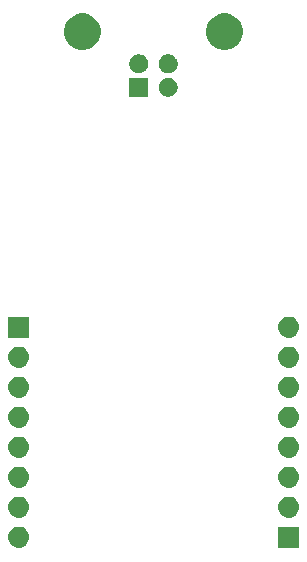
<source format=gbr>
G04 #@! TF.GenerationSoftware,KiCad,Pcbnew,(5.1.2)-2*
G04 #@! TF.CreationDate,2019-10-15T13:17:40+02:00*
G04 #@! TF.ProjectId,USB_UART_Iolated,5553425f-5541-4525-945f-496f6c617465,rev?*
G04 #@! TF.SameCoordinates,Original*
G04 #@! TF.FileFunction,Soldermask,Bot*
G04 #@! TF.FilePolarity,Negative*
%FSLAX46Y46*%
G04 Gerber Fmt 4.6, Leading zero omitted, Abs format (unit mm)*
G04 Created by KiCad (PCBNEW (5.1.2)-2) date 2019-10-15 13:17:40*
%MOMM*%
%LPD*%
G04 APERTURE LIST*
%ADD10C,0.100000*%
G04 APERTURE END LIST*
D10*
G36*
X152031000Y-124091000D02*
G01*
X150229000Y-124091000D01*
X150229000Y-122289000D01*
X152031000Y-122289000D01*
X152031000Y-124091000D01*
X152031000Y-124091000D01*
G37*
G36*
X128446627Y-122302037D02*
G01*
X128616466Y-122353557D01*
X128772991Y-122437222D01*
X128772992Y-122437223D01*
X128772994Y-122437224D01*
X128910185Y-122549815D01*
X129022778Y-122687009D01*
X129106443Y-122843534D01*
X129157963Y-123013373D01*
X129175359Y-123190000D01*
X129157963Y-123366627D01*
X129106443Y-123536466D01*
X129022778Y-123692991D01*
X129022776Y-123692994D01*
X128910185Y-123830185D01*
X128772994Y-123942776D01*
X128772992Y-123942777D01*
X128772991Y-123942778D01*
X128616466Y-124026443D01*
X128446627Y-124077963D01*
X128314258Y-124091000D01*
X128225742Y-124091000D01*
X128093373Y-124077963D01*
X127923534Y-124026443D01*
X127767009Y-123942778D01*
X127767008Y-123942777D01*
X127767006Y-123942776D01*
X127629815Y-123830185D01*
X127517224Y-123692994D01*
X127517222Y-123692991D01*
X127433557Y-123536466D01*
X127382037Y-123366627D01*
X127364641Y-123190000D01*
X127382037Y-123013373D01*
X127433557Y-122843534D01*
X127517222Y-122687009D01*
X127629815Y-122549815D01*
X127767006Y-122437224D01*
X127767008Y-122437223D01*
X127767009Y-122437222D01*
X127923534Y-122353557D01*
X128093373Y-122302037D01*
X128225742Y-122289000D01*
X128314258Y-122289000D01*
X128446627Y-122302037D01*
X128446627Y-122302037D01*
G37*
G36*
X128446627Y-119762037D02*
G01*
X128616466Y-119813557D01*
X128772991Y-119897222D01*
X128772992Y-119897223D01*
X128772994Y-119897224D01*
X128910185Y-120009815D01*
X129022778Y-120147009D01*
X129106443Y-120303534D01*
X129157963Y-120473373D01*
X129175359Y-120650000D01*
X129157963Y-120826627D01*
X129106443Y-120996466D01*
X129022778Y-121152991D01*
X129022776Y-121152994D01*
X128910185Y-121290185D01*
X128772994Y-121402776D01*
X128772992Y-121402777D01*
X128772991Y-121402778D01*
X128616466Y-121486443D01*
X128446627Y-121537963D01*
X128314258Y-121551000D01*
X128225742Y-121551000D01*
X128093373Y-121537963D01*
X127923534Y-121486443D01*
X127767009Y-121402778D01*
X127767008Y-121402777D01*
X127767006Y-121402776D01*
X127629815Y-121290185D01*
X127517224Y-121152994D01*
X127517222Y-121152991D01*
X127433557Y-120996466D01*
X127382037Y-120826627D01*
X127364641Y-120650000D01*
X127382037Y-120473373D01*
X127433557Y-120303534D01*
X127517222Y-120147009D01*
X127629815Y-120009815D01*
X127767006Y-119897224D01*
X127767008Y-119897223D01*
X127767009Y-119897222D01*
X127923534Y-119813557D01*
X128093373Y-119762037D01*
X128225742Y-119749000D01*
X128314258Y-119749000D01*
X128446627Y-119762037D01*
X128446627Y-119762037D01*
G37*
G36*
X151306627Y-119762037D02*
G01*
X151476466Y-119813557D01*
X151632991Y-119897222D01*
X151632992Y-119897223D01*
X151632994Y-119897224D01*
X151770185Y-120009815D01*
X151882778Y-120147009D01*
X151966443Y-120303534D01*
X152017963Y-120473373D01*
X152035359Y-120650000D01*
X152017963Y-120826627D01*
X151966443Y-120996466D01*
X151882778Y-121152991D01*
X151882776Y-121152994D01*
X151770185Y-121290185D01*
X151632994Y-121402776D01*
X151632992Y-121402777D01*
X151632991Y-121402778D01*
X151476466Y-121486443D01*
X151306627Y-121537963D01*
X151174258Y-121551000D01*
X151085742Y-121551000D01*
X150953373Y-121537963D01*
X150783534Y-121486443D01*
X150627009Y-121402778D01*
X150627008Y-121402777D01*
X150627006Y-121402776D01*
X150489815Y-121290185D01*
X150377224Y-121152994D01*
X150377222Y-121152991D01*
X150293557Y-120996466D01*
X150242037Y-120826627D01*
X150224641Y-120650000D01*
X150242037Y-120473373D01*
X150293557Y-120303534D01*
X150377222Y-120147009D01*
X150489815Y-120009815D01*
X150627006Y-119897224D01*
X150627008Y-119897223D01*
X150627009Y-119897222D01*
X150783534Y-119813557D01*
X150953373Y-119762037D01*
X151085742Y-119749000D01*
X151174258Y-119749000D01*
X151306627Y-119762037D01*
X151306627Y-119762037D01*
G37*
G36*
X128446627Y-117222037D02*
G01*
X128616466Y-117273557D01*
X128772991Y-117357222D01*
X128772992Y-117357223D01*
X128772994Y-117357224D01*
X128910185Y-117469815D01*
X129022778Y-117607009D01*
X129106443Y-117763534D01*
X129157963Y-117933373D01*
X129175359Y-118110000D01*
X129157963Y-118286627D01*
X129106443Y-118456466D01*
X129022778Y-118612991D01*
X129022776Y-118612994D01*
X128910185Y-118750185D01*
X128772994Y-118862776D01*
X128772992Y-118862777D01*
X128772991Y-118862778D01*
X128616466Y-118946443D01*
X128446627Y-118997963D01*
X128314258Y-119011000D01*
X128225742Y-119011000D01*
X128093373Y-118997963D01*
X127923534Y-118946443D01*
X127767009Y-118862778D01*
X127767008Y-118862777D01*
X127767006Y-118862776D01*
X127629815Y-118750185D01*
X127517224Y-118612994D01*
X127517222Y-118612991D01*
X127433557Y-118456466D01*
X127382037Y-118286627D01*
X127364641Y-118110000D01*
X127382037Y-117933373D01*
X127433557Y-117763534D01*
X127517222Y-117607009D01*
X127629815Y-117469815D01*
X127767006Y-117357224D01*
X127767008Y-117357223D01*
X127767009Y-117357222D01*
X127923534Y-117273557D01*
X128093373Y-117222037D01*
X128225742Y-117209000D01*
X128314258Y-117209000D01*
X128446627Y-117222037D01*
X128446627Y-117222037D01*
G37*
G36*
X151306627Y-117222037D02*
G01*
X151476466Y-117273557D01*
X151632991Y-117357222D01*
X151632992Y-117357223D01*
X151632994Y-117357224D01*
X151770185Y-117469815D01*
X151882778Y-117607009D01*
X151966443Y-117763534D01*
X152017963Y-117933373D01*
X152035359Y-118110000D01*
X152017963Y-118286627D01*
X151966443Y-118456466D01*
X151882778Y-118612991D01*
X151882776Y-118612994D01*
X151770185Y-118750185D01*
X151632994Y-118862776D01*
X151632992Y-118862777D01*
X151632991Y-118862778D01*
X151476466Y-118946443D01*
X151306627Y-118997963D01*
X151174258Y-119011000D01*
X151085742Y-119011000D01*
X150953373Y-118997963D01*
X150783534Y-118946443D01*
X150627009Y-118862778D01*
X150627008Y-118862777D01*
X150627006Y-118862776D01*
X150489815Y-118750185D01*
X150377224Y-118612994D01*
X150377222Y-118612991D01*
X150293557Y-118456466D01*
X150242037Y-118286627D01*
X150224641Y-118110000D01*
X150242037Y-117933373D01*
X150293557Y-117763534D01*
X150377222Y-117607009D01*
X150489815Y-117469815D01*
X150627006Y-117357224D01*
X150627008Y-117357223D01*
X150627009Y-117357222D01*
X150783534Y-117273557D01*
X150953373Y-117222037D01*
X151085742Y-117209000D01*
X151174258Y-117209000D01*
X151306627Y-117222037D01*
X151306627Y-117222037D01*
G37*
G36*
X151306627Y-114682037D02*
G01*
X151476466Y-114733557D01*
X151632991Y-114817222D01*
X151632992Y-114817223D01*
X151632994Y-114817224D01*
X151770185Y-114929815D01*
X151882778Y-115067009D01*
X151966443Y-115223534D01*
X152017963Y-115393373D01*
X152035359Y-115570000D01*
X152017963Y-115746627D01*
X151966443Y-115916466D01*
X151882778Y-116072991D01*
X151882776Y-116072994D01*
X151770185Y-116210185D01*
X151632994Y-116322776D01*
X151632992Y-116322777D01*
X151632991Y-116322778D01*
X151476466Y-116406443D01*
X151306627Y-116457963D01*
X151174258Y-116471000D01*
X151085742Y-116471000D01*
X150953373Y-116457963D01*
X150783534Y-116406443D01*
X150627009Y-116322778D01*
X150627008Y-116322777D01*
X150627006Y-116322776D01*
X150489815Y-116210185D01*
X150377224Y-116072994D01*
X150377222Y-116072991D01*
X150293557Y-115916466D01*
X150242037Y-115746627D01*
X150224641Y-115570000D01*
X150242037Y-115393373D01*
X150293557Y-115223534D01*
X150377222Y-115067009D01*
X150489815Y-114929815D01*
X150627006Y-114817224D01*
X150627008Y-114817223D01*
X150627009Y-114817222D01*
X150783534Y-114733557D01*
X150953373Y-114682037D01*
X151085742Y-114669000D01*
X151174258Y-114669000D01*
X151306627Y-114682037D01*
X151306627Y-114682037D01*
G37*
G36*
X128446627Y-114682037D02*
G01*
X128616466Y-114733557D01*
X128772991Y-114817222D01*
X128772992Y-114817223D01*
X128772994Y-114817224D01*
X128910185Y-114929815D01*
X129022778Y-115067009D01*
X129106443Y-115223534D01*
X129157963Y-115393373D01*
X129175359Y-115570000D01*
X129157963Y-115746627D01*
X129106443Y-115916466D01*
X129022778Y-116072991D01*
X129022776Y-116072994D01*
X128910185Y-116210185D01*
X128772994Y-116322776D01*
X128772992Y-116322777D01*
X128772991Y-116322778D01*
X128616466Y-116406443D01*
X128446627Y-116457963D01*
X128314258Y-116471000D01*
X128225742Y-116471000D01*
X128093373Y-116457963D01*
X127923534Y-116406443D01*
X127767009Y-116322778D01*
X127767008Y-116322777D01*
X127767006Y-116322776D01*
X127629815Y-116210185D01*
X127517224Y-116072994D01*
X127517222Y-116072991D01*
X127433557Y-115916466D01*
X127382037Y-115746627D01*
X127364641Y-115570000D01*
X127382037Y-115393373D01*
X127433557Y-115223534D01*
X127517222Y-115067009D01*
X127629815Y-114929815D01*
X127767006Y-114817224D01*
X127767008Y-114817223D01*
X127767009Y-114817222D01*
X127923534Y-114733557D01*
X128093373Y-114682037D01*
X128225742Y-114669000D01*
X128314258Y-114669000D01*
X128446627Y-114682037D01*
X128446627Y-114682037D01*
G37*
G36*
X151306627Y-112142037D02*
G01*
X151476466Y-112193557D01*
X151632991Y-112277222D01*
X151632992Y-112277223D01*
X151632994Y-112277224D01*
X151770185Y-112389815D01*
X151882778Y-112527009D01*
X151966443Y-112683534D01*
X152017963Y-112853373D01*
X152035359Y-113030000D01*
X152017963Y-113206627D01*
X151966443Y-113376466D01*
X151882778Y-113532991D01*
X151882776Y-113532994D01*
X151770185Y-113670185D01*
X151632994Y-113782776D01*
X151632992Y-113782777D01*
X151632991Y-113782778D01*
X151476466Y-113866443D01*
X151306627Y-113917963D01*
X151174258Y-113931000D01*
X151085742Y-113931000D01*
X150953373Y-113917963D01*
X150783534Y-113866443D01*
X150627009Y-113782778D01*
X150627008Y-113782777D01*
X150627006Y-113782776D01*
X150489815Y-113670185D01*
X150377224Y-113532994D01*
X150377222Y-113532991D01*
X150293557Y-113376466D01*
X150242037Y-113206627D01*
X150224641Y-113030000D01*
X150242037Y-112853373D01*
X150293557Y-112683534D01*
X150377222Y-112527009D01*
X150489815Y-112389815D01*
X150627006Y-112277224D01*
X150627008Y-112277223D01*
X150627009Y-112277222D01*
X150783534Y-112193557D01*
X150953373Y-112142037D01*
X151085742Y-112129000D01*
X151174258Y-112129000D01*
X151306627Y-112142037D01*
X151306627Y-112142037D01*
G37*
G36*
X128446627Y-112142037D02*
G01*
X128616466Y-112193557D01*
X128772991Y-112277222D01*
X128772992Y-112277223D01*
X128772994Y-112277224D01*
X128910185Y-112389815D01*
X129022778Y-112527009D01*
X129106443Y-112683534D01*
X129157963Y-112853373D01*
X129175359Y-113030000D01*
X129157963Y-113206627D01*
X129106443Y-113376466D01*
X129022778Y-113532991D01*
X129022776Y-113532994D01*
X128910185Y-113670185D01*
X128772994Y-113782776D01*
X128772992Y-113782777D01*
X128772991Y-113782778D01*
X128616466Y-113866443D01*
X128446627Y-113917963D01*
X128314258Y-113931000D01*
X128225742Y-113931000D01*
X128093373Y-113917963D01*
X127923534Y-113866443D01*
X127767009Y-113782778D01*
X127767008Y-113782777D01*
X127767006Y-113782776D01*
X127629815Y-113670185D01*
X127517224Y-113532994D01*
X127517222Y-113532991D01*
X127433557Y-113376466D01*
X127382037Y-113206627D01*
X127364641Y-113030000D01*
X127382037Y-112853373D01*
X127433557Y-112683534D01*
X127517222Y-112527009D01*
X127629815Y-112389815D01*
X127767006Y-112277224D01*
X127767008Y-112277223D01*
X127767009Y-112277222D01*
X127923534Y-112193557D01*
X128093373Y-112142037D01*
X128225742Y-112129000D01*
X128314258Y-112129000D01*
X128446627Y-112142037D01*
X128446627Y-112142037D01*
G37*
G36*
X151306627Y-109602037D02*
G01*
X151476466Y-109653557D01*
X151632991Y-109737222D01*
X151632992Y-109737223D01*
X151632994Y-109737224D01*
X151770185Y-109849815D01*
X151882778Y-109987009D01*
X151966443Y-110143534D01*
X152017963Y-110313373D01*
X152035359Y-110490000D01*
X152017963Y-110666627D01*
X151966443Y-110836466D01*
X151882778Y-110992991D01*
X151882776Y-110992994D01*
X151770185Y-111130185D01*
X151632994Y-111242776D01*
X151632992Y-111242777D01*
X151632991Y-111242778D01*
X151476466Y-111326443D01*
X151306627Y-111377963D01*
X151174258Y-111391000D01*
X151085742Y-111391000D01*
X150953373Y-111377963D01*
X150783534Y-111326443D01*
X150627009Y-111242778D01*
X150627008Y-111242777D01*
X150627006Y-111242776D01*
X150489815Y-111130185D01*
X150377224Y-110992994D01*
X150377222Y-110992991D01*
X150293557Y-110836466D01*
X150242037Y-110666627D01*
X150224641Y-110490000D01*
X150242037Y-110313373D01*
X150293557Y-110143534D01*
X150377222Y-109987009D01*
X150489815Y-109849815D01*
X150627006Y-109737224D01*
X150627008Y-109737223D01*
X150627009Y-109737222D01*
X150783534Y-109653557D01*
X150953373Y-109602037D01*
X151085742Y-109589000D01*
X151174258Y-109589000D01*
X151306627Y-109602037D01*
X151306627Y-109602037D01*
G37*
G36*
X128446627Y-109602037D02*
G01*
X128616466Y-109653557D01*
X128772991Y-109737222D01*
X128772992Y-109737223D01*
X128772994Y-109737224D01*
X128910185Y-109849815D01*
X129022778Y-109987009D01*
X129106443Y-110143534D01*
X129157963Y-110313373D01*
X129175359Y-110490000D01*
X129157963Y-110666627D01*
X129106443Y-110836466D01*
X129022778Y-110992991D01*
X129022776Y-110992994D01*
X128910185Y-111130185D01*
X128772994Y-111242776D01*
X128772992Y-111242777D01*
X128772991Y-111242778D01*
X128616466Y-111326443D01*
X128446627Y-111377963D01*
X128314258Y-111391000D01*
X128225742Y-111391000D01*
X128093373Y-111377963D01*
X127923534Y-111326443D01*
X127767009Y-111242778D01*
X127767008Y-111242777D01*
X127767006Y-111242776D01*
X127629815Y-111130185D01*
X127517224Y-110992994D01*
X127517222Y-110992991D01*
X127433557Y-110836466D01*
X127382037Y-110666627D01*
X127364641Y-110490000D01*
X127382037Y-110313373D01*
X127433557Y-110143534D01*
X127517222Y-109987009D01*
X127629815Y-109849815D01*
X127767006Y-109737224D01*
X127767008Y-109737223D01*
X127767009Y-109737222D01*
X127923534Y-109653557D01*
X128093373Y-109602037D01*
X128225742Y-109589000D01*
X128314258Y-109589000D01*
X128446627Y-109602037D01*
X128446627Y-109602037D01*
G37*
G36*
X128446627Y-107062037D02*
G01*
X128616466Y-107113557D01*
X128772991Y-107197222D01*
X128772992Y-107197223D01*
X128772994Y-107197224D01*
X128910185Y-107309815D01*
X129022778Y-107447009D01*
X129106443Y-107603534D01*
X129157963Y-107773373D01*
X129175359Y-107950000D01*
X129157963Y-108126627D01*
X129106443Y-108296466D01*
X129022778Y-108452991D01*
X129022776Y-108452994D01*
X128910185Y-108590185D01*
X128772994Y-108702776D01*
X128772992Y-108702777D01*
X128772991Y-108702778D01*
X128616466Y-108786443D01*
X128446627Y-108837963D01*
X128314258Y-108851000D01*
X128225742Y-108851000D01*
X128093373Y-108837963D01*
X127923534Y-108786443D01*
X127767009Y-108702778D01*
X127767008Y-108702777D01*
X127767006Y-108702776D01*
X127629815Y-108590185D01*
X127517224Y-108452994D01*
X127517222Y-108452991D01*
X127433557Y-108296466D01*
X127382037Y-108126627D01*
X127364641Y-107950000D01*
X127382037Y-107773373D01*
X127433557Y-107603534D01*
X127517222Y-107447009D01*
X127629815Y-107309815D01*
X127767006Y-107197224D01*
X127767008Y-107197223D01*
X127767009Y-107197222D01*
X127923534Y-107113557D01*
X128093373Y-107062037D01*
X128225742Y-107049000D01*
X128314258Y-107049000D01*
X128446627Y-107062037D01*
X128446627Y-107062037D01*
G37*
G36*
X151306627Y-107062037D02*
G01*
X151476466Y-107113557D01*
X151632991Y-107197222D01*
X151632992Y-107197223D01*
X151632994Y-107197224D01*
X151770185Y-107309815D01*
X151882778Y-107447009D01*
X151966443Y-107603534D01*
X152017963Y-107773373D01*
X152035359Y-107950000D01*
X152017963Y-108126627D01*
X151966443Y-108296466D01*
X151882778Y-108452991D01*
X151882776Y-108452994D01*
X151770185Y-108590185D01*
X151632994Y-108702776D01*
X151632992Y-108702777D01*
X151632991Y-108702778D01*
X151476466Y-108786443D01*
X151306627Y-108837963D01*
X151174258Y-108851000D01*
X151085742Y-108851000D01*
X150953373Y-108837963D01*
X150783534Y-108786443D01*
X150627009Y-108702778D01*
X150627008Y-108702777D01*
X150627006Y-108702776D01*
X150489815Y-108590185D01*
X150377224Y-108452994D01*
X150377222Y-108452991D01*
X150293557Y-108296466D01*
X150242037Y-108126627D01*
X150224641Y-107950000D01*
X150242037Y-107773373D01*
X150293557Y-107603534D01*
X150377222Y-107447009D01*
X150489815Y-107309815D01*
X150627006Y-107197224D01*
X150627008Y-107197223D01*
X150627009Y-107197222D01*
X150783534Y-107113557D01*
X150953373Y-107062037D01*
X151085742Y-107049000D01*
X151174258Y-107049000D01*
X151306627Y-107062037D01*
X151306627Y-107062037D01*
G37*
G36*
X151306627Y-104522037D02*
G01*
X151476466Y-104573557D01*
X151632991Y-104657222D01*
X151632992Y-104657223D01*
X151632994Y-104657224D01*
X151770185Y-104769815D01*
X151882778Y-104907009D01*
X151966443Y-105063534D01*
X152017963Y-105233373D01*
X152035359Y-105410000D01*
X152017963Y-105586627D01*
X151966443Y-105756466D01*
X151882778Y-105912991D01*
X151882776Y-105912994D01*
X151770185Y-106050185D01*
X151632994Y-106162776D01*
X151632992Y-106162777D01*
X151632991Y-106162778D01*
X151476466Y-106246443D01*
X151306627Y-106297963D01*
X151174258Y-106311000D01*
X151085742Y-106311000D01*
X150953373Y-106297963D01*
X150783534Y-106246443D01*
X150627009Y-106162778D01*
X150627008Y-106162777D01*
X150627006Y-106162776D01*
X150489815Y-106050185D01*
X150377224Y-105912994D01*
X150377222Y-105912991D01*
X150293557Y-105756466D01*
X150242037Y-105586627D01*
X150224641Y-105410000D01*
X150242037Y-105233373D01*
X150293557Y-105063534D01*
X150377222Y-104907009D01*
X150489815Y-104769815D01*
X150627006Y-104657224D01*
X150627008Y-104657223D01*
X150627009Y-104657222D01*
X150783534Y-104573557D01*
X150953373Y-104522037D01*
X151085742Y-104509000D01*
X151174258Y-104509000D01*
X151306627Y-104522037D01*
X151306627Y-104522037D01*
G37*
G36*
X129171000Y-106311000D02*
G01*
X127369000Y-106311000D01*
X127369000Y-104509000D01*
X129171000Y-104509000D01*
X129171000Y-106311000D01*
X129171000Y-106311000D01*
G37*
G36*
X139231000Y-85891000D02*
G01*
X137629000Y-85891000D01*
X137629000Y-84289000D01*
X139231000Y-84289000D01*
X139231000Y-85891000D01*
X139231000Y-85891000D01*
G37*
G36*
X141163643Y-84319782D02*
G01*
X141309415Y-84380162D01*
X141309416Y-84380163D01*
X141440608Y-84467822D01*
X141552178Y-84579392D01*
X141618072Y-84678009D01*
X141639838Y-84710585D01*
X141700218Y-84856357D01*
X141731000Y-85011108D01*
X141731000Y-85168892D01*
X141700218Y-85323643D01*
X141639838Y-85469415D01*
X141639837Y-85469416D01*
X141552178Y-85600608D01*
X141440608Y-85712178D01*
X141341991Y-85778072D01*
X141309415Y-85799838D01*
X141163643Y-85860218D01*
X141008892Y-85891000D01*
X140851108Y-85891000D01*
X140696357Y-85860218D01*
X140550585Y-85799838D01*
X140518009Y-85778071D01*
X140419392Y-85712178D01*
X140307822Y-85600608D01*
X140220163Y-85469416D01*
X140220162Y-85469415D01*
X140159782Y-85323643D01*
X140129000Y-85168892D01*
X140129000Y-85011108D01*
X140159782Y-84856357D01*
X140220162Y-84710585D01*
X140241928Y-84678009D01*
X140307822Y-84579392D01*
X140419392Y-84467822D01*
X140550584Y-84380163D01*
X140550585Y-84380162D01*
X140696357Y-84319782D01*
X140851108Y-84289000D01*
X141008892Y-84289000D01*
X141163643Y-84319782D01*
X141163643Y-84319782D01*
G37*
G36*
X138663643Y-82319782D02*
G01*
X138809415Y-82380162D01*
X138809416Y-82380163D01*
X138940608Y-82467822D01*
X139052178Y-82579392D01*
X139118072Y-82678009D01*
X139139838Y-82710585D01*
X139200218Y-82856357D01*
X139231000Y-83011108D01*
X139231000Y-83168892D01*
X139200218Y-83323643D01*
X139139838Y-83469415D01*
X139139837Y-83469416D01*
X139052178Y-83600608D01*
X138940608Y-83712178D01*
X138841991Y-83778071D01*
X138809415Y-83799838D01*
X138663643Y-83860218D01*
X138508892Y-83891000D01*
X138351108Y-83891000D01*
X138196357Y-83860218D01*
X138050585Y-83799838D01*
X138018009Y-83778072D01*
X137919392Y-83712178D01*
X137807822Y-83600608D01*
X137720163Y-83469416D01*
X137720162Y-83469415D01*
X137659782Y-83323643D01*
X137629000Y-83168892D01*
X137629000Y-83011108D01*
X137659782Y-82856357D01*
X137720162Y-82710585D01*
X137741928Y-82678009D01*
X137807822Y-82579392D01*
X137919392Y-82467822D01*
X138050584Y-82380163D01*
X138050585Y-82380162D01*
X138196357Y-82319782D01*
X138351108Y-82289000D01*
X138508892Y-82289000D01*
X138663643Y-82319782D01*
X138663643Y-82319782D01*
G37*
G36*
X141163643Y-82319782D02*
G01*
X141309415Y-82380162D01*
X141309416Y-82380163D01*
X141440608Y-82467822D01*
X141552178Y-82579392D01*
X141618072Y-82678009D01*
X141639838Y-82710585D01*
X141700218Y-82856357D01*
X141731000Y-83011108D01*
X141731000Y-83168892D01*
X141700218Y-83323643D01*
X141639838Y-83469415D01*
X141639837Y-83469416D01*
X141552178Y-83600608D01*
X141440608Y-83712178D01*
X141341991Y-83778071D01*
X141309415Y-83799838D01*
X141163643Y-83860218D01*
X141008892Y-83891000D01*
X140851108Y-83891000D01*
X140696357Y-83860218D01*
X140550585Y-83799838D01*
X140518009Y-83778072D01*
X140419392Y-83712178D01*
X140307822Y-83600608D01*
X140220163Y-83469416D01*
X140220162Y-83469415D01*
X140159782Y-83323643D01*
X140129000Y-83168892D01*
X140129000Y-83011108D01*
X140159782Y-82856357D01*
X140220162Y-82710585D01*
X140241928Y-82678009D01*
X140307822Y-82579392D01*
X140419392Y-82467822D01*
X140550584Y-82380163D01*
X140550585Y-82380162D01*
X140696357Y-82319782D01*
X140851108Y-82289000D01*
X141008892Y-82289000D01*
X141163643Y-82319782D01*
X141163643Y-82319782D01*
G37*
G36*
X134112410Y-78888604D02*
G01*
X134394674Y-79005521D01*
X134648705Y-79175259D01*
X134864741Y-79391295D01*
X135034479Y-79645326D01*
X135151396Y-79927590D01*
X135211000Y-80227240D01*
X135211000Y-80532760D01*
X135151396Y-80832410D01*
X135034479Y-81114674D01*
X134864741Y-81368705D01*
X134648705Y-81584741D01*
X134394674Y-81754479D01*
X134112410Y-81871396D01*
X133812761Y-81931000D01*
X133507239Y-81931000D01*
X133207590Y-81871396D01*
X132925326Y-81754479D01*
X132671295Y-81584741D01*
X132455259Y-81368705D01*
X132285521Y-81114674D01*
X132168604Y-80832410D01*
X132109000Y-80532760D01*
X132109000Y-80227240D01*
X132168604Y-79927590D01*
X132285521Y-79645326D01*
X132455259Y-79391295D01*
X132671295Y-79175259D01*
X132925326Y-79005521D01*
X133207590Y-78888604D01*
X133507239Y-78829000D01*
X133812761Y-78829000D01*
X134112410Y-78888604D01*
X134112410Y-78888604D01*
G37*
G36*
X146152410Y-78888604D02*
G01*
X146434674Y-79005521D01*
X146688705Y-79175259D01*
X146904741Y-79391295D01*
X147074479Y-79645326D01*
X147191396Y-79927590D01*
X147251000Y-80227240D01*
X147251000Y-80532760D01*
X147191396Y-80832410D01*
X147074479Y-81114674D01*
X146904741Y-81368705D01*
X146688705Y-81584741D01*
X146434674Y-81754479D01*
X146152410Y-81871396D01*
X145852761Y-81931000D01*
X145547239Y-81931000D01*
X145247590Y-81871396D01*
X144965326Y-81754479D01*
X144711295Y-81584741D01*
X144495259Y-81368705D01*
X144325521Y-81114674D01*
X144208604Y-80832410D01*
X144149000Y-80532760D01*
X144149000Y-80227240D01*
X144208604Y-79927590D01*
X144325521Y-79645326D01*
X144495259Y-79391295D01*
X144711295Y-79175259D01*
X144965326Y-79005521D01*
X145247590Y-78888604D01*
X145547239Y-78829000D01*
X145852761Y-78829000D01*
X146152410Y-78888604D01*
X146152410Y-78888604D01*
G37*
M02*

</source>
